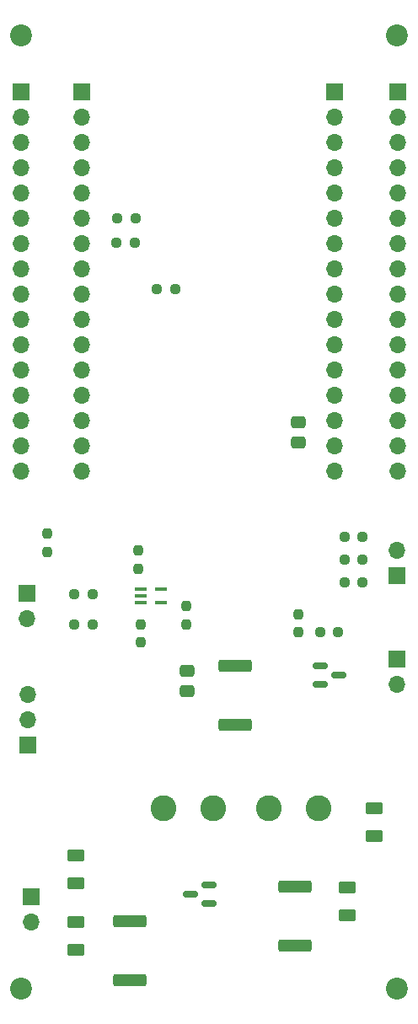
<source format=gbr>
%TF.GenerationSoftware,KiCad,Pcbnew,8.0.1*%
%TF.CreationDate,2024-04-26T12:21:13-07:00*%
%TF.ProjectId,Sendes,53656e64-6573-42e6-9b69-6361645f7063,rev?*%
%TF.SameCoordinates,Original*%
%TF.FileFunction,Soldermask,Top*%
%TF.FilePolarity,Negative*%
%FSLAX46Y46*%
G04 Gerber Fmt 4.6, Leading zero omitted, Abs format (unit mm)*
G04 Created by KiCad (PCBNEW 8.0.1) date 2024-04-26 12:21:13*
%MOMM*%
%LPD*%
G01*
G04 APERTURE LIST*
G04 Aperture macros list*
%AMRoundRect*
0 Rectangle with rounded corners*
0 $1 Rounding radius*
0 $2 $3 $4 $5 $6 $7 $8 $9 X,Y pos of 4 corners*
0 Add a 4 corners polygon primitive as box body*
4,1,4,$2,$3,$4,$5,$6,$7,$8,$9,$2,$3,0*
0 Add four circle primitives for the rounded corners*
1,1,$1+$1,$2,$3*
1,1,$1+$1,$4,$5*
1,1,$1+$1,$6,$7*
1,1,$1+$1,$8,$9*
0 Add four rect primitives between the rounded corners*
20,1,$1+$1,$2,$3,$4,$5,0*
20,1,$1+$1,$4,$5,$6,$7,0*
20,1,$1+$1,$6,$7,$8,$9,0*
20,1,$1+$1,$8,$9,$2,$3,0*%
G04 Aperture macros list end*
%ADD10R,1.700000X1.700000*%
%ADD11O,1.700000X1.700000*%
%ADD12C,2.200000*%
%ADD13RoundRect,0.237500X0.250000X0.237500X-0.250000X0.237500X-0.250000X-0.237500X0.250000X-0.237500X0*%
%ADD14R,1.168400X0.355600*%
%ADD15RoundRect,0.237500X0.237500X-0.250000X0.237500X0.250000X-0.237500X0.250000X-0.237500X-0.250000X0*%
%ADD16RoundRect,0.237500X-0.237500X0.250000X-0.237500X-0.250000X0.237500X-0.250000X0.237500X0.250000X0*%
%ADD17RoundRect,0.237500X-0.250000X-0.237500X0.250000X-0.237500X0.250000X0.237500X-0.250000X0.237500X0*%
%ADD18RoundRect,0.250000X-0.475000X0.337500X-0.475000X-0.337500X0.475000X-0.337500X0.475000X0.337500X0*%
%ADD19C,2.600000*%
%ADD20RoundRect,0.250000X-0.625000X0.375000X-0.625000X-0.375000X0.625000X-0.375000X0.625000X0.375000X0*%
%ADD21RoundRect,0.250000X-1.425000X0.362500X-1.425000X-0.362500X1.425000X-0.362500X1.425000X0.362500X0*%
%ADD22RoundRect,0.150000X-0.587500X-0.150000X0.587500X-0.150000X0.587500X0.150000X-0.587500X0.150000X0*%
%ADD23RoundRect,0.150000X0.587500X0.150000X-0.587500X0.150000X-0.587500X-0.150000X0.587500X-0.150000X0*%
%ADD24RoundRect,0.250000X0.625000X-0.375000X0.625000X0.375000X-0.625000X0.375000X-0.625000X-0.375000X0*%
G04 APERTURE END LIST*
D10*
%TO.C,J6*%
X110200000Y-106560000D03*
D11*
X110200000Y-109100000D03*
%TD*%
D12*
%TO.C,H4*%
X110200000Y-139700000D03*
%TD*%
%TO.C,H3*%
X72400000Y-139700000D03*
%TD*%
%TO.C,H2*%
X110200000Y-43900000D03*
%TD*%
%TO.C,H1*%
X72400000Y-43900000D03*
%TD*%
D13*
%TO.C,JP11*%
X83812500Y-64800000D03*
X81987500Y-64800000D03*
%TD*%
%TO.C,JP10*%
X83912500Y-62300000D03*
X82087500Y-62300000D03*
%TD*%
D14*
%TO.C,U2*%
X84400000Y-99600002D03*
X84400000Y-100250001D03*
X84400000Y-100900000D03*
X86482800Y-100900000D03*
X86482800Y-99600002D03*
%TD*%
D15*
%TO.C,R6*%
X84200000Y-97512500D03*
X84200000Y-95687500D03*
%TD*%
D16*
%TO.C,R3*%
X84400000Y-103087500D03*
X84400000Y-104912500D03*
%TD*%
%TO.C,R1*%
X89000000Y-101287500D03*
X89000000Y-103112500D03*
%TD*%
D13*
%TO.C,JP9*%
X87912500Y-69400000D03*
X86087500Y-69400000D03*
%TD*%
D17*
%TO.C,JP8*%
X104887500Y-96600000D03*
X106712500Y-96600000D03*
%TD*%
D13*
%TO.C,JP7*%
X104264479Y-103895350D03*
X102439479Y-103895350D03*
%TD*%
D16*
%TO.C,JP6*%
X75000000Y-95812500D03*
X75000000Y-93987500D03*
%TD*%
D13*
%TO.C,JP5*%
X77787500Y-103100000D03*
X79612500Y-103100000D03*
%TD*%
D17*
%TO.C,JP4*%
X79612500Y-100100000D03*
X77787500Y-100100000D03*
%TD*%
D13*
%TO.C,JP3*%
X106712500Y-98900000D03*
X104887500Y-98900000D03*
%TD*%
%TO.C,JP2*%
X106712500Y-94300000D03*
X104887500Y-94300000D03*
%TD*%
D15*
%TO.C,JP1*%
X100251979Y-103907850D03*
X100251979Y-102082850D03*
%TD*%
D11*
%TO.C,J11*%
X72380880Y-87698597D03*
X72380880Y-85158597D03*
X72380880Y-82618597D03*
X72380880Y-80078597D03*
X72380880Y-77538597D03*
X72380880Y-74998597D03*
X72380880Y-72458597D03*
X72380880Y-69918597D03*
X72380880Y-67378597D03*
X72380880Y-64838597D03*
X72380880Y-62298597D03*
X72380880Y-59758597D03*
X72380880Y-57218597D03*
X72380880Y-54678597D03*
X72380880Y-52138597D03*
D10*
X72380880Y-49598597D03*
%TD*%
%TO.C,J10*%
X110300000Y-49600000D03*
D11*
X110300000Y-52140000D03*
X110300000Y-54680000D03*
X110300000Y-57220000D03*
X110300000Y-59760000D03*
X110300000Y-62300000D03*
X110300000Y-64840000D03*
X110300000Y-67380000D03*
X110300000Y-69920000D03*
X110300000Y-72460000D03*
X110300000Y-75000000D03*
X110300000Y-77540000D03*
X110300000Y-80080000D03*
X110300000Y-82620000D03*
X110300000Y-85160000D03*
X110300000Y-87700000D03*
%TD*%
D10*
%TO.C,J9*%
X73100000Y-115200000D03*
D11*
X73100000Y-112660000D03*
X73100000Y-110120000D03*
%TD*%
%TO.C,J5*%
X73000000Y-102565000D03*
D10*
X73000000Y-100025000D03*
%TD*%
%TO.C,J4*%
X73400000Y-130425000D03*
D11*
X73400000Y-132965000D03*
%TD*%
D10*
%TO.C,J3*%
X110200000Y-98200000D03*
D11*
X110200000Y-95660000D03*
%TD*%
D10*
%TO.C,J2*%
X103939978Y-49602958D03*
D11*
X103939978Y-52142958D03*
X103939978Y-54682958D03*
X103939978Y-57222958D03*
X103939978Y-59762958D03*
X103939978Y-62302958D03*
X103939978Y-64842958D03*
X103939978Y-67382958D03*
X103939978Y-69922958D03*
X103939978Y-72462958D03*
X103939978Y-75002958D03*
X103939978Y-77542958D03*
X103939978Y-80082958D03*
X103939978Y-82622958D03*
X103939978Y-85162958D03*
X103939978Y-87702958D03*
%TD*%
D10*
%TO.C,J1*%
X78520577Y-49602958D03*
D11*
X78520577Y-52142958D03*
X78520577Y-54682958D03*
X78520577Y-57222958D03*
X78520577Y-59762958D03*
X78520577Y-62302958D03*
X78520577Y-64842958D03*
X78520577Y-67382958D03*
X78520577Y-69922958D03*
X78520577Y-72462958D03*
X78520577Y-75002958D03*
X78520577Y-77542958D03*
X78520577Y-80082958D03*
X78520577Y-82622958D03*
X78520577Y-85162958D03*
X78520577Y-87702958D03*
%TD*%
D18*
%TO.C,C2*%
X89100000Y-107762500D03*
X89100000Y-109837500D03*
%TD*%
%TO.C,C1*%
X100300000Y-82762500D03*
X100300000Y-84837500D03*
%TD*%
D19*
%TO.C,L2*%
X102300000Y-121600000D03*
X97300000Y-121600000D03*
%TD*%
D20*
%TO.C,D3*%
X105200000Y-129500000D03*
X105200000Y-132300000D03*
%TD*%
D21*
%TO.C,R5*%
X83300000Y-132937500D03*
X83300000Y-138862500D03*
%TD*%
D22*
%TO.C,Q2*%
X104337500Y-108200000D03*
X102462500Y-109150000D03*
X102462500Y-107250000D03*
%TD*%
D23*
%TO.C,Q1*%
X89462500Y-130200000D03*
X91337500Y-129250000D03*
X91337500Y-131150000D03*
%TD*%
D20*
%TO.C,D2*%
X107900000Y-121600000D03*
X107900000Y-124400000D03*
%TD*%
D24*
%TO.C,D4*%
X77900000Y-129100000D03*
X77900000Y-126300000D03*
%TD*%
D20*
%TO.C,D5*%
X77900000Y-133000000D03*
X77900000Y-135800000D03*
%TD*%
D19*
%TO.C,L3*%
X91700000Y-121600000D03*
X86700000Y-121600000D03*
%TD*%
D21*
%TO.C,R4*%
X93900000Y-107237500D03*
X93900000Y-113162500D03*
%TD*%
%TO.C,R2*%
X99900000Y-129437500D03*
X99900000Y-135362500D03*
%TD*%
M02*

</source>
